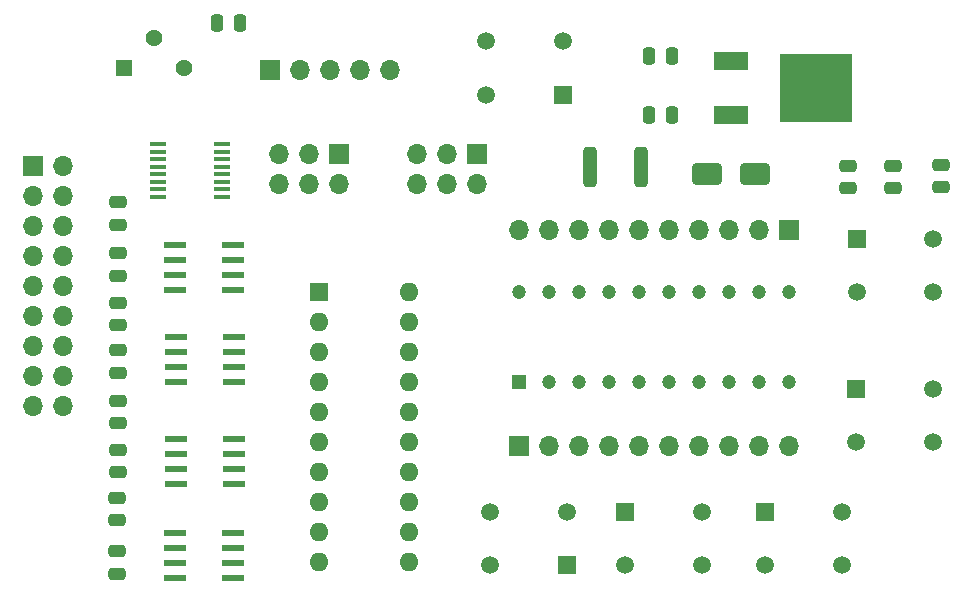
<source format=gts>
G04 #@! TF.GenerationSoftware,KiCad,Pcbnew,(7.0.0)*
G04 #@! TF.CreationDate,2024-06-27T16:39:17-07:00*
G04 #@! TF.ProjectId,msp-debugger,6d73702d-6465-4627-9567-6765722e6b69,rev?*
G04 #@! TF.SameCoordinates,Original*
G04 #@! TF.FileFunction,Soldermask,Top*
G04 #@! TF.FilePolarity,Negative*
%FSLAX46Y46*%
G04 Gerber Fmt 4.6, Leading zero omitted, Abs format (unit mm)*
G04 Created by KiCad (PCBNEW (7.0.0)) date 2024-06-27 16:39:17*
%MOMM*%
%LPD*%
G01*
G04 APERTURE LIST*
G04 Aperture macros list*
%AMRoundRect*
0 Rectangle with rounded corners*
0 $1 Rounding radius*
0 $2 $3 $4 $5 $6 $7 $8 $9 X,Y pos of 4 corners*
0 Add a 4 corners polygon primitive as box body*
4,1,4,$2,$3,$4,$5,$6,$7,$8,$9,$2,$3,0*
0 Add four circle primitives for the rounded corners*
1,1,$1+$1,$2,$3*
1,1,$1+$1,$4,$5*
1,1,$1+$1,$6,$7*
1,1,$1+$1,$8,$9*
0 Add four rect primitives between the rounded corners*
20,1,$1+$1,$2,$3,$4,$5,0*
20,1,$1+$1,$4,$5,$6,$7,0*
20,1,$1+$1,$6,$7,$8,$9,0*
20,1,$1+$1,$8,$9,$2,$3,0*%
G04 Aperture macros list end*
%ADD10RoundRect,0.250000X0.250000X0.475000X-0.250000X0.475000X-0.250000X-0.475000X0.250000X-0.475000X0*%
%ADD11R,1.460500X0.355600*%
%ADD12R,1.700000X1.700000*%
%ADD13O,1.700000X1.700000*%
%ADD14R,1.508000X1.508000*%
%ADD15C,1.508000*%
%ADD16R,1.200000X1.200000*%
%ADD17C,1.200000*%
%ADD18RoundRect,0.250000X-0.475000X0.250000X-0.475000X-0.250000X0.475000X-0.250000X0.475000X0.250000X0*%
%ADD19RoundRect,0.102000X-0.611000X-0.611000X0.611000X-0.611000X0.611000X0.611000X-0.611000X0.611000X0*%
%ADD20C,1.426000*%
%ADD21RoundRect,0.250000X0.475000X-0.250000X0.475000X0.250000X-0.475000X0.250000X-0.475000X-0.250000X0*%
%ADD22R,1.981200X0.558800*%
%ADD23R,3.000000X1.600000*%
%ADD24R,6.200000X5.800000*%
%ADD25RoundRect,0.250000X-1.000000X-0.650000X1.000000X-0.650000X1.000000X0.650000X-1.000000X0.650000X0*%
%ADD26RoundRect,0.250000X-0.250000X-0.475000X0.250000X-0.475000X0.250000X0.475000X-0.250000X0.475000X0*%
%ADD27R,1.600000X1.600000*%
%ADD28O,1.600000X1.600000*%
%ADD29RoundRect,0.250000X-0.312500X-1.450000X0.312500X-1.450000X0.312500X1.450000X-0.312500X1.450000X0*%
G04 APERTURE END LIST*
D10*
X128712000Y-71628000D03*
X126812000Y-71628000D03*
D11*
X127214149Y-86396499D03*
X127214149Y-85761499D03*
X127214149Y-85126499D03*
X127214149Y-84491499D03*
X127214149Y-83856499D03*
X127214149Y-83221499D03*
X127214149Y-82586499D03*
X127214149Y-81951499D03*
X121765849Y-81951499D03*
X121765849Y-82586499D03*
X121765849Y-83221499D03*
X121765849Y-83856499D03*
X121765849Y-84491499D03*
X121765849Y-85126499D03*
X121765849Y-85761499D03*
X121765849Y-86396499D03*
D12*
X148825999Y-82785999D03*
D13*
X148825999Y-85325999D03*
X146285999Y-82785999D03*
X146285999Y-85325999D03*
X143745999Y-82785999D03*
X143745999Y-85325999D03*
D14*
X161323999Y-113047999D03*
D15*
X161324000Y-117548000D03*
X167824000Y-113048000D03*
X167824000Y-117548000D03*
D12*
X131299999Y-75673999D03*
D13*
X133839999Y-75673999D03*
X136379999Y-75673999D03*
X138919999Y-75673999D03*
X141459999Y-75673999D03*
D16*
X152381999Y-102089999D03*
D17*
X154922000Y-102090000D03*
X157462000Y-102090000D03*
X160002000Y-102090000D03*
X162542000Y-102090000D03*
X165082000Y-102090000D03*
X167622000Y-102090000D03*
X170162000Y-102090000D03*
X172702000Y-102090000D03*
X175242000Y-102090000D03*
X175242000Y-94470000D03*
X172702000Y-94470000D03*
X170162000Y-94470000D03*
X167622000Y-94470000D03*
X165082000Y-94470000D03*
X162542000Y-94470000D03*
X160002000Y-94470000D03*
X157462000Y-94470000D03*
X154922000Y-94470000D03*
X152382000Y-94470000D03*
D18*
X118381000Y-99363000D03*
X118381000Y-101263000D03*
X118381000Y-107813000D03*
X118381000Y-109713000D03*
D12*
X175214999Y-89223999D03*
D13*
X172674999Y-89223999D03*
X170134999Y-89223999D03*
X167594999Y-89223999D03*
X165054999Y-89223999D03*
X162514999Y-89223999D03*
X159974999Y-89223999D03*
X157434999Y-89223999D03*
X154894999Y-89223999D03*
X152354999Y-89223999D03*
D19*
X118872000Y-75474000D03*
D20*
X121412000Y-72934000D03*
X123952000Y-75474000D03*
D21*
X118327000Y-113779000D03*
X118327000Y-111879000D03*
D18*
X188036000Y-83680000D03*
X188036000Y-85580000D03*
D21*
X180162000Y-85646000D03*
X180162000Y-83746000D03*
D12*
X152369999Y-107473999D03*
D13*
X154909999Y-107473999D03*
X157449999Y-107473999D03*
X159989999Y-107473999D03*
X162529999Y-107473999D03*
X165069999Y-107473999D03*
X167609999Y-107473999D03*
X170149999Y-107473999D03*
X172689999Y-107473999D03*
X175229999Y-107473999D03*
D22*
X123305399Y-106886999D03*
X123305399Y-108156999D03*
X123305399Y-109426999D03*
X123305399Y-110696999D03*
X128232999Y-110696999D03*
X128232999Y-109426999D03*
X128232999Y-108156999D03*
X128232999Y-106886999D03*
D12*
X137141999Y-82785999D03*
D13*
X134601999Y-82785999D03*
X132061999Y-82785999D03*
X132061999Y-85325999D03*
X134601999Y-85325999D03*
X137141999Y-85325999D03*
D21*
X118381000Y-97263000D03*
X118381000Y-95363000D03*
D22*
X123229199Y-90479999D03*
X123229199Y-91749999D03*
X123229199Y-93019999D03*
X123229199Y-94289999D03*
X128156799Y-94289999D03*
X128156799Y-93019999D03*
X128156799Y-91749999D03*
X128156799Y-90479999D03*
D23*
X170289999Y-74903999D03*
X170289999Y-79473999D03*
D24*
X177459999Y-77188999D03*
D21*
X118381000Y-88763000D03*
X118381000Y-86863000D03*
D12*
X111214999Y-83736999D03*
D13*
X113754999Y-83736999D03*
X111214999Y-86276999D03*
X113754999Y-86276999D03*
X111214999Y-88816999D03*
X113754999Y-88816999D03*
X111214999Y-91356999D03*
X113754999Y-91356999D03*
X111214999Y-93896999D03*
X113754999Y-93896999D03*
X111214999Y-96436999D03*
X113754999Y-96436999D03*
X111214999Y-98976999D03*
X113754999Y-98976999D03*
X111214999Y-101516999D03*
X113754999Y-101516999D03*
X111214999Y-104056999D03*
X113754999Y-104056999D03*
D18*
X118381000Y-91163000D03*
X118381000Y-93063000D03*
D14*
X180881999Y-102633999D03*
D15*
X180882000Y-107134000D03*
X187382000Y-102634000D03*
X187382000Y-107134000D03*
D25*
X168290000Y-84474000D03*
X172290000Y-84474000D03*
D22*
X123285199Y-98279999D03*
X123285199Y-99549999D03*
X123285199Y-100819999D03*
X123285199Y-102089999D03*
X128212799Y-102089999D03*
X128212799Y-100819999D03*
X128212799Y-99549999D03*
X128212799Y-98279999D03*
D26*
X163390000Y-79474000D03*
X165290000Y-79474000D03*
D14*
X180933999Y-89933999D03*
D15*
X180934000Y-94434000D03*
X187434000Y-89934000D03*
X187434000Y-94434000D03*
D14*
X173209999Y-113083999D03*
D15*
X173210000Y-117584000D03*
X179710000Y-113084000D03*
X179710000Y-117584000D03*
D10*
X165290000Y-74474000D03*
X163390000Y-74474000D03*
D18*
X118327000Y-116380000D03*
X118327000Y-118280000D03*
D27*
X135373999Y-94469999D03*
D28*
X135373999Y-97009999D03*
X135373999Y-99549999D03*
X135373999Y-102089999D03*
X135373999Y-104629999D03*
X135373999Y-107169999D03*
X135373999Y-109709999D03*
X135373999Y-112249999D03*
X135373999Y-114789999D03*
X135373999Y-117329999D03*
X142993999Y-117329999D03*
X142993999Y-114789999D03*
X142993999Y-112249999D03*
X142993999Y-109709999D03*
X142993999Y-107169999D03*
X142993999Y-104629999D03*
X142993999Y-102089999D03*
X142993999Y-99549999D03*
X142993999Y-97009999D03*
X142993999Y-94469999D03*
D22*
X123229199Y-114887999D03*
X123229199Y-116157999D03*
X123229199Y-117427999D03*
X123229199Y-118697999D03*
X128156799Y-118697999D03*
X128156799Y-117427999D03*
X128156799Y-116157999D03*
X128156799Y-114887999D03*
D21*
X183972000Y-85646000D03*
X183972000Y-83746000D03*
D29*
X158390500Y-83820000D03*
X162665500Y-83820000D03*
D21*
X118381000Y-105563000D03*
X118381000Y-103663000D03*
D14*
X156039999Y-77723999D03*
D15*
X156040000Y-73224000D03*
X149540000Y-77724000D03*
X149540000Y-73224000D03*
D14*
X156393999Y-117547999D03*
D15*
X156394000Y-113048000D03*
X149894000Y-117548000D03*
X149894000Y-113048000D03*
M02*

</source>
